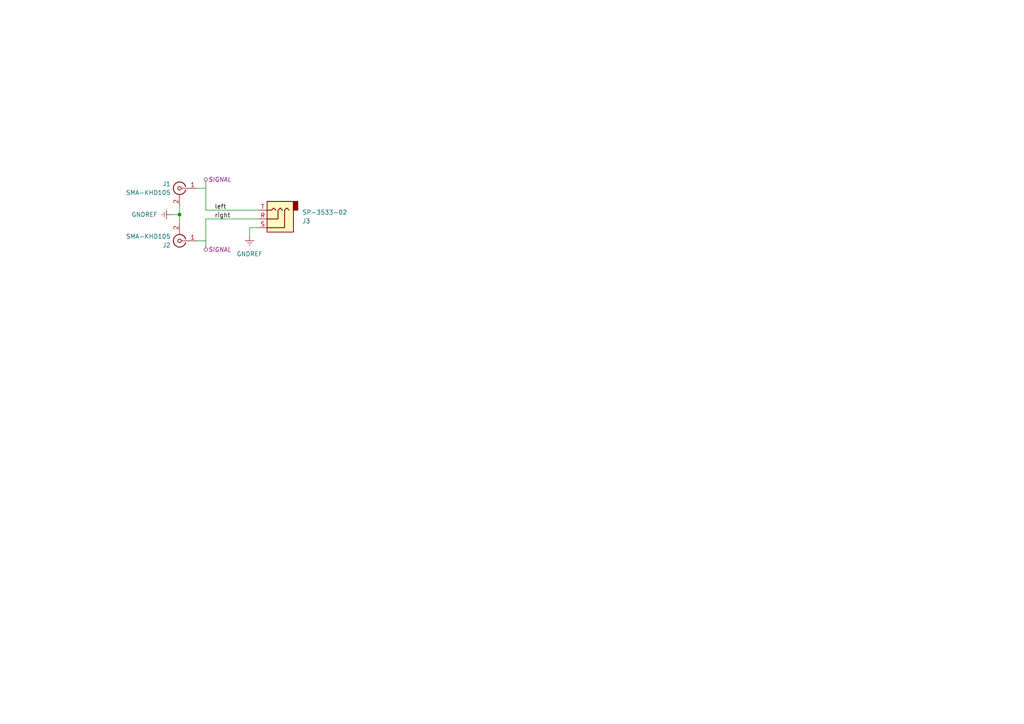
<source format=kicad_sch>
(kicad_sch (version 20230121) (generator eeschema)
  (paper "A4")
  (lib_symbols
    (symbol "Connector:Conn_Coaxial" (pin_names (offset 1.016) hide)
      (property "Reference" "J" (at 0.254 3.048 0))
      (property "Value" "Conn_Coaxial" (at 2.921 0 90))
      (symbol "Conn_Coaxial_0_1"
        (arc (start -1.778 -0.508) (mid 0.2311 -1.8066) (end 1.778 0) (stroke (width 0.254)))
        (polyline (pts (xy -2.54 0) (xy -0.508 0)))
        (polyline (pts (xy 0 -2.54) (xy 0 -1.778)))
        (circle (center 0 0) (radius 0.508) (stroke (width 0.2032)))
        (arc (start 1.778 0) (mid 0.2099 1.8101) (end -1.778 0.508) (stroke (width 0.254)))
      )
      (symbol "Conn_Coaxial_1_1"
        (pin passive line (at -5.08 0 0) (length 2.54) (name "In") (number "1"))
        (pin passive line (at 0 -5.08 90) (length 2.54) (name "Ext") (number "2"))
      )
    )
    (symbol "Connector_Audio:AudioJack3"
      (property "Reference" "J" (at 0 8.89 0))
      (property "Value" "AudioJack3" (at 0 6.35 0))
      (symbol "AudioJack3_0_1"
        (rectangle (start -5.08 -5.08) (end -6.35 -2.54) (stroke (width 0.254)) (fill (type outline)))
        (polyline (pts (xy 0 -2.54) (xy 0.635 -3.175) (xy 1.27 -2.54) (xy 2.54 -2.54)) (stroke (width 0.254)))
        (polyline (pts (xy -1.905 -2.54) (xy -1.27 -3.175) (xy -0.635 -2.54) (xy -0.635 0) (xy 2.54 0)) (stroke (width 0.254)))
        (polyline (pts (xy 2.54 2.54) (xy -2.54 2.54) (xy -2.54 -2.54) (xy -3.175 -3.175) (xy -3.81 -2.54)) (stroke (width 0.254)))
        (rectangle (start 2.54 3.81) (end -5.08 -5.08) (stroke (width 0.254)) (fill (type background)))
      )
      (symbol "AudioJack3_1_1"
        (pin passive line (at 5.08 0 180) (length 2.54) (name "~") (number "R"))
        (pin passive line (at 5.08 2.54 180) (length 2.54) (name "~") (number "S"))
        (pin passive line (at 5.08 -2.54 180) (length 2.54) (name "~") (number "T"))
      )
    )
    (symbol "power:GNDREF" (power) (pin_names (offset 0))
      (property "Value" "GNDREF" (at 0 -3.81 0))
      (symbol "GNDREF_0_1"
        (polyline (pts (xy -0.635 -1.905) (xy 0.635 -1.905)))
        (polyline (pts (xy -0.127 -2.54) (xy 0.127 -2.54)))
        (polyline (pts (xy 0 -1.27) (xy 0 0)))
        (polyline (pts (xy 1.27 -1.27) (xy -1.27 -1.27)))
      )
      (symbol "GNDREF_1_1"
        (pin power_in line (at 0 0 270) (length 0) hide (name "GNDREF") (number "1"))
      )
    )
  )
  (junction (at 52.07 62.23))
  (wire (pts (xy 59.69 60.96) (xy 59.69 54.61)))
  (wire (pts (xy 72.39 66.04) (xy 74.93 66.04)))
  (wire (pts (xy 72.39 68.58) (xy 72.39 66.04)))
  (wire (pts (xy 49.53 62.23) (xy 52.07 62.23)))
  (wire (pts (xy 74.93 60.96) (xy 59.69 60.96)))
  (wire (pts (xy 52.07 62.23) (xy 52.07 64.77)))
  (wire (pts (xy 59.69 63.5) (xy 59.69 69.85)))
  (wire (pts (xy 52.07 59.69) (xy 52.07 62.23)))
  (wire (pts (xy 57.15 69.85) (xy 59.69 69.85)))
  (wire (pts (xy 74.93 63.5) (xy 59.69 63.5)))
  (wire (pts (xy 59.69 54.61) (xy 57.15 54.61)))
  (label "left" (at 62.23 60.96 0))
  (label "right" (at 62.23 63.5 0))
  (netclass_flag "" (length 2.54) (shape round) (at 59.69 69.85 180) (property "Netclass" "SIGNAL" (at 60.3885 72.39 0) (effects (font italic) (justify left))))
  (netclass_flag "" (length 2.54) (shape round) (at 59.69 54.61 0) (property "Netclass" "SIGNAL" (at 60.3885 52.07 0) (effects (font italic) (justify left))))
  (symbol (lib_id "Connector:Conn_Coaxial") (at 52.07 69.85 180) (unit 1)
    (property "Reference" "J2" (at 49.53 71.12 0) (effects (justify left)))
    (property "Value" "SMA-KHD105" (at 49.53 68.58 0) (effects (justify left)))
    (property "Footprint" "Customer_Connector:SMA-KHD105" (effects hide))
    (property "Datasheet" " ~" (effects hide))
  )
  (symbol (lib_id "power:GNDREF") (at 49.53 62.23 270) (unit 1)
    (property "Reference" "#PWR02" (effects hide))
    (property "Value" "GNDREF" (at 45.72 62.23 90) (effects (justify right)))
  )
  (symbol (lib_id "Connector_Audio:AudioJack3") (at 80.01 63.5 180) (unit 1)
    (property "Reference" "J3" (at 87.63 64.135 0) (effects (justify right)))
    (property "Value" "SP-3533-02" (at 87.63 61.595 0) (effects (justify right)))
    (property "Footprint" "Customer_Connector:SP-3533-02" (effects hide))
  )
  (symbol (lib_id "Connector:Conn_Coaxial") (at 52.07 54.61 0) (mirror y) (unit 1)
    (property "Reference" "J1" (at 49.53 53.34 0) (effects (justify left)))
    (property "Value" "SMA-KHD105" (at 49.53 55.88 0) (effects (justify left)))
    (property "Footprint" "Customer_Connector:SMA-KHD105" (effects hide))
    (property "Datasheet" " ~" (effects hide))
  )
  (symbol (lib_id "power:GNDREF") (at 72.39 68.58 0) (unit 1)
    (property "Reference" "#PWR01" (effects hide))
    (property "Value" "GNDREF" (at 72.39 73.66 0))
  )
)
</source>
